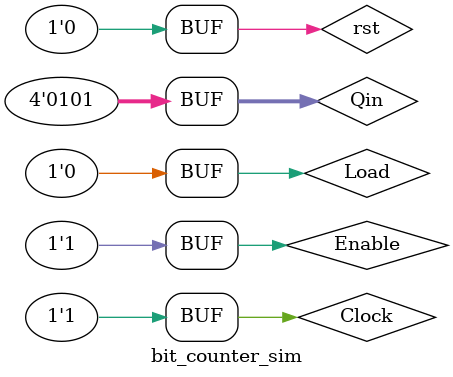
<source format=v>
`timescale 1ns / 1ps


module bit_counter_sim;
    parameter n = 4;
    reg rst = 0, Clock = 0, Load = 0, Enable = 0;
    reg [n-1:0] Qin = 4'd5;
    wire [$clog2(n) - 1:0] Qout;
    
    bit_counter uut(rst, Clock, Qin, Load, Enable, Qout);
    
    initial begin
        #1 Clock = 0; 
        #1 Clock = 1; rst = 1;
        #1 Clock = 0;
        #1 Clock = 1; rst = 0; Enable = 1;
        #1 Clock = 0;
        #1 Clock = 1; Load = 1;
        #1 Clock = 0;
        #1 Clock = 1; Load = 0;
        #1 Clock = 0;
        #1 Clock = 1;
        #1 Clock = 0;
        #1 Clock = 1;
        #1 Clock = 0;
        #1 Clock = 1;
        #1 Clock = 0;
        #1 Clock = 1;
        #1 Clock = 0;
        #1 Clock = 1;
    end
endmodule

</source>
